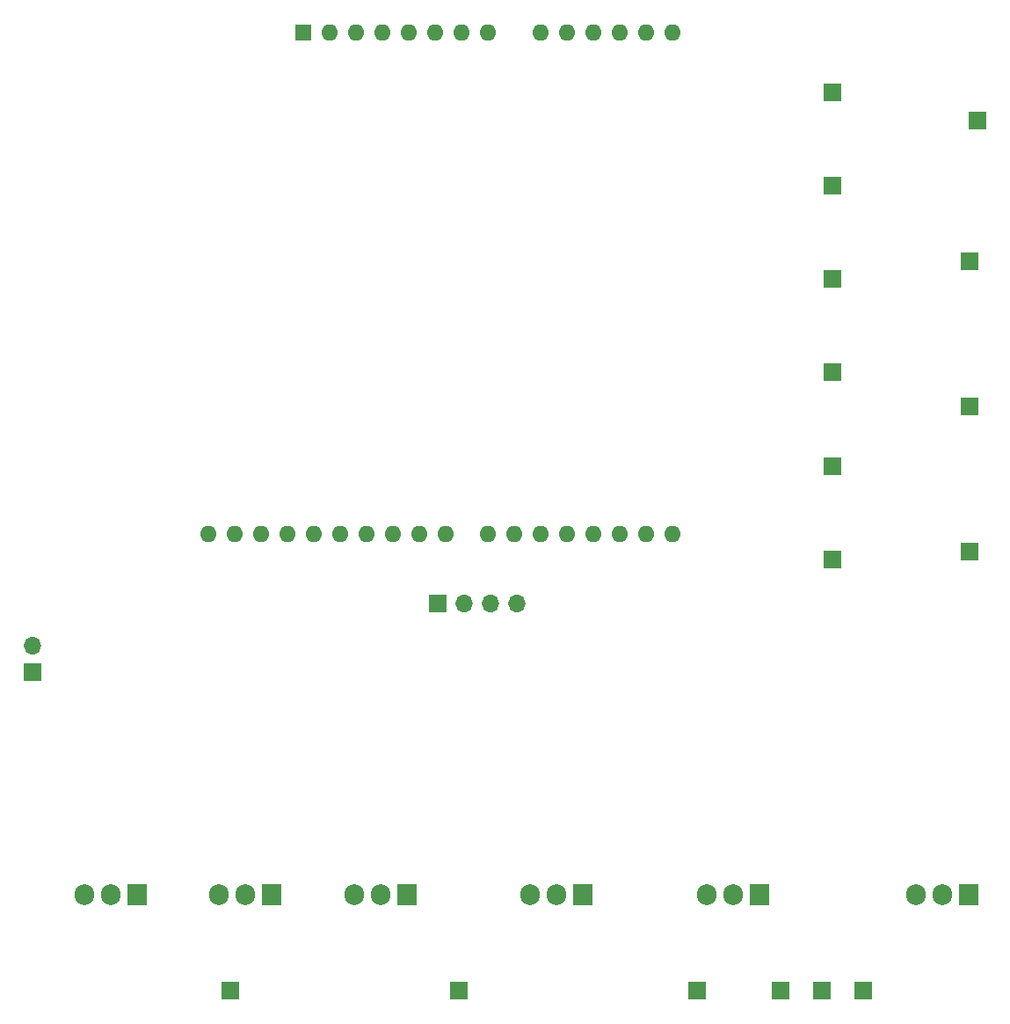
<source format=gbs>
G04 #@! TF.GenerationSoftware,KiCad,Pcbnew,(6.0.7)*
G04 #@! TF.CreationDate,2022-09-16T15:01:37+02:00*
G04 #@! TF.ProjectId,Goobyl_da - Kretskort,476f6f62-796c-4e56-9461-202d204b7265,rev?*
G04 #@! TF.SameCoordinates,Original*
G04 #@! TF.FileFunction,Soldermask,Bot*
G04 #@! TF.FilePolarity,Negative*
%FSLAX46Y46*%
G04 Gerber Fmt 4.6, Leading zero omitted, Abs format (unit mm)*
G04 Created by KiCad (PCBNEW (6.0.7)) date 2022-09-16 15:01:37*
%MOMM*%
%LPD*%
G01*
G04 APERTURE LIST*
%ADD10O,1.905000X2.000000*%
%ADD11R,1.905000X2.000000*%
%ADD12R,1.700000X1.700000*%
%ADD13O,1.700000X1.700000*%
%ADD14O,1.600000X1.600000*%
%ADD15R,1.600000X1.600000*%
G04 APERTURE END LIST*
D10*
X140920000Y-128000000D03*
X143460000Y-128000000D03*
D11*
X146000000Y-128000000D03*
D12*
X169000000Y-137250000D03*
X173000000Y-137250000D03*
X165000000Y-137250000D03*
D10*
X178020000Y-128000000D03*
X180560000Y-128000000D03*
D11*
X183100000Y-128000000D03*
D10*
X157920000Y-128000000D03*
X160460000Y-128000000D03*
D11*
X163000000Y-128000000D03*
D10*
X97920000Y-128000000D03*
X100460000Y-128000000D03*
D11*
X103000000Y-128000000D03*
D10*
X110920000Y-128000000D03*
X113460000Y-128000000D03*
D11*
X116000000Y-128000000D03*
D10*
X123920000Y-128000000D03*
X126460000Y-128000000D03*
D11*
X129000000Y-128000000D03*
D13*
X139630000Y-100010000D03*
X137090000Y-100010000D03*
X134550000Y-100010000D03*
D12*
X132010000Y-100010000D03*
D14*
X152030000Y-93270000D03*
X154570000Y-93270000D03*
X114950000Y-93270000D03*
X154570000Y-45010000D03*
X117490000Y-93270000D03*
X152030000Y-45010000D03*
X120030000Y-93270000D03*
X149490000Y-45010000D03*
X122570000Y-93270000D03*
X146950000Y-45010000D03*
X125110000Y-93270000D03*
X144410000Y-45010000D03*
X127650000Y-93270000D03*
X141870000Y-45010000D03*
X130190000Y-93270000D03*
X136790000Y-45010000D03*
X132730000Y-93270000D03*
X134250000Y-45010000D03*
X136790000Y-93270000D03*
X131710000Y-45010000D03*
X139330000Y-93270000D03*
X129170000Y-45010000D03*
X141870000Y-93270000D03*
X126630000Y-45010000D03*
X144410000Y-93270000D03*
X124090000Y-45010000D03*
X146950000Y-93270000D03*
X121550000Y-45010000D03*
X149490000Y-93270000D03*
D15*
X119010000Y-45010000D03*
D14*
X112410000Y-93270000D03*
X109870000Y-93270000D03*
D12*
X157000000Y-137250000D03*
X134000000Y-137250000D03*
X112000000Y-137250000D03*
X93000000Y-106600000D03*
D13*
X93000000Y-104060000D03*
D12*
X183250000Y-95000000D03*
X183250000Y-81000000D03*
X183250000Y-67000000D03*
X184000000Y-53500000D03*
X170000000Y-50750000D03*
X170000000Y-59750000D03*
X170000000Y-68750000D03*
X170000000Y-77750000D03*
X170000000Y-86750000D03*
X170000000Y-95750000D03*
M02*

</source>
